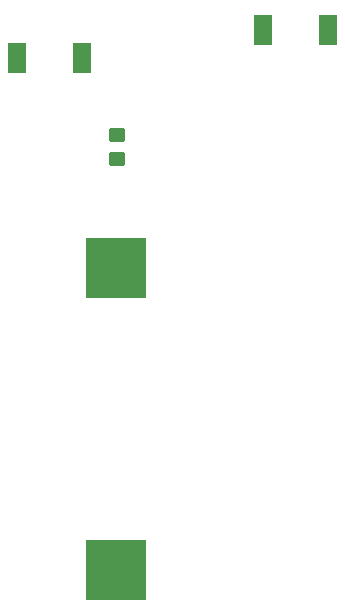
<source format=gbr>
G04 #@! TF.GenerationSoftware,KiCad,Pcbnew,6.0.6-3a73a75311~116~ubuntu21.10.1*
G04 #@! TF.CreationDate,2023-05-20T20:22:18-06:00*
G04 #@! TF.ProjectId,reddit,72656464-6974-42e6-9b69-6361645f7063,rev?*
G04 #@! TF.SameCoordinates,Original*
G04 #@! TF.FileFunction,Paste,Bot*
G04 #@! TF.FilePolarity,Positive*
%FSLAX46Y46*%
G04 Gerber Fmt 4.6, Leading zero omitted, Abs format (unit mm)*
G04 Created by KiCad (PCBNEW 6.0.6-3a73a75311~116~ubuntu21.10.1) date 2023-05-20 20:22:18*
%MOMM*%
%LPD*%
G01*
G04 APERTURE LIST*
G04 Aperture macros list*
%AMRoundRect*
0 Rectangle with rounded corners*
0 $1 Rounding radius*
0 $2 $3 $4 $5 $6 $7 $8 $9 X,Y pos of 4 corners*
0 Add a 4 corners polygon primitive as box body*
4,1,4,$2,$3,$4,$5,$6,$7,$8,$9,$2,$3,0*
0 Add four circle primitives for the rounded corners*
1,1,$1+$1,$2,$3*
1,1,$1+$1,$4,$5*
1,1,$1+$1,$6,$7*
1,1,$1+$1,$8,$9*
0 Add four rect primitives between the rounded corners*
20,1,$1+$1,$2,$3,$4,$5,0*
20,1,$1+$1,$4,$5,$6,$7,0*
20,1,$1+$1,$6,$7,$8,$9,0*
20,1,$1+$1,$8,$9,$2,$3,0*%
G04 Aperture macros list end*
%ADD10R,5.100000X5.100000*%
%ADD11R,1.500000X2.600000*%
%ADD12RoundRect,0.250000X0.450000X-0.350000X0.450000X0.350000X-0.450000X0.350000X-0.450000X-0.350000X0*%
G04 APERTURE END LIST*
D10*
X144780000Y-104040000D03*
X144780000Y-129640000D03*
D11*
X136367200Y-86309200D03*
X141867200Y-86309200D03*
X157192400Y-83870800D03*
X162692400Y-83870800D03*
D12*
X144825000Y-94825000D03*
X144825000Y-92825000D03*
M02*

</source>
